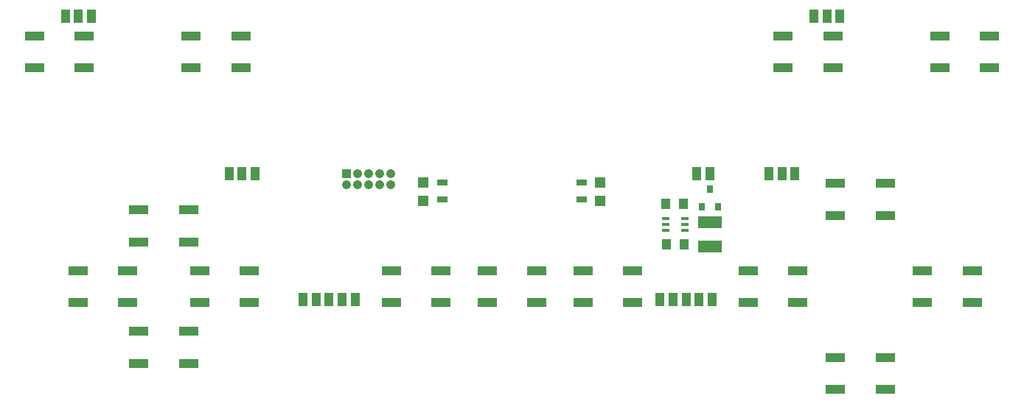
<source format=gbr>
G04 #@! TF.FileFunction,Soldermask,Top*
%FSLAX46Y46*%
G04 Gerber Fmt 4.6, Leading zero omitted, Abs format (unit mm)*
G04 Created by KiCad (PCBNEW (2016-04-11 BZR 6687, Git f239aee)-product) date 4/14/2016 1:21:30 PM*
%MOMM*%
G01*
G04 APERTURE LIST*
%ADD10C,0.020000*%
%ADD11R,1.000000X1.250000*%
%ADD12R,1.198880X1.198880*%
%ADD13R,2.700000X1.400000*%
%ADD14R,2.300000X1.100000*%
%ADD15R,0.850000X0.350000*%
%ADD16R,1.300000X0.700000*%
%ADD17R,1.000000X1.500000*%
%ADD18R,0.800000X0.900000*%
%ADD19R,1.050000X1.050000*%
%ADD20C,1.050000*%
G04 APERTURE END LIST*
D10*
D11*
X89646000Y-36449000D03*
X87646000Y-36449000D03*
X89766400Y-41149600D03*
X87766400Y-41149600D03*
D12*
X59817000Y-36101020D03*
X59817000Y-34002980D03*
D13*
X92710000Y-41405000D03*
X92710000Y-38605000D03*
D14*
X107150000Y-57850000D03*
X107150000Y-54150000D03*
X112850000Y-54150000D03*
X112850000Y-57850000D03*
X122850000Y-44150000D03*
X122850000Y-47850000D03*
X117150000Y-47850000D03*
X117150000Y-44150000D03*
X102850000Y-44150000D03*
X102850000Y-47850000D03*
X97150000Y-47850000D03*
X97150000Y-44150000D03*
X112850000Y-34150000D03*
X112850000Y-37850000D03*
X107150000Y-37850000D03*
X107150000Y-34150000D03*
X32850000Y-37150000D03*
X32850000Y-40850000D03*
X27150000Y-40850000D03*
X27150000Y-37150000D03*
X27150000Y-54850000D03*
X27150000Y-51150000D03*
X32850000Y-51150000D03*
X32850000Y-54850000D03*
X25850000Y-44150000D03*
X25850000Y-47850000D03*
X20150000Y-47850000D03*
X20150000Y-44150000D03*
X39850000Y-44150000D03*
X39850000Y-47850000D03*
X34150000Y-47850000D03*
X34150000Y-44150000D03*
X61850000Y-44150000D03*
X61850000Y-47850000D03*
X56150000Y-47850000D03*
X56150000Y-44150000D03*
X83850000Y-44150000D03*
X83850000Y-47850000D03*
X78150000Y-47850000D03*
X78150000Y-44150000D03*
X72850000Y-44150000D03*
X72850000Y-47850000D03*
X67150000Y-47850000D03*
X67150000Y-44150000D03*
X20850000Y-17150000D03*
X20850000Y-20850000D03*
X15150000Y-20850000D03*
X15150000Y-17150000D03*
X38850000Y-17150000D03*
X38850000Y-20850000D03*
X33150000Y-20850000D03*
X33150000Y-17150000D03*
X106850000Y-17150000D03*
X106850000Y-20850000D03*
X101150000Y-20850000D03*
X101150000Y-17150000D03*
X124850000Y-17150000D03*
X124850000Y-20850000D03*
X119150000Y-20850000D03*
X119150000Y-17150000D03*
D15*
X89866400Y-38863600D03*
X89866400Y-38213600D03*
X89866400Y-39513600D03*
X87666400Y-39513600D03*
X87666400Y-38213600D03*
X87666400Y-38863600D03*
D12*
X80137000Y-36101020D03*
X80137000Y-34002980D03*
D16*
X62000000Y-35950000D03*
X62000000Y-34050000D03*
X78000000Y-35950000D03*
X78000000Y-34050000D03*
D17*
X20193000Y-14859000D03*
X21693000Y-14859000D03*
X18693000Y-14859000D03*
X106172000Y-14859000D03*
X107672000Y-14859000D03*
X104672000Y-14859000D03*
D18*
X91760000Y-36814000D03*
X93660000Y-36814000D03*
X92710000Y-34814000D03*
D17*
X91250000Y-33000000D03*
X92750000Y-33000000D03*
X52000000Y-47500000D03*
X49000000Y-47500000D03*
X50500000Y-47500000D03*
X47500000Y-47500000D03*
X46000000Y-47500000D03*
X93000000Y-47500000D03*
X90000000Y-47500000D03*
X91500000Y-47500000D03*
X88500000Y-47500000D03*
X87000000Y-47500000D03*
D19*
X51000000Y-33000000D03*
D20*
X52270000Y-33000000D03*
X53540000Y-33000000D03*
X54810000Y-33000000D03*
X56080000Y-33000000D03*
X52270000Y-34270000D03*
X53540000Y-34270000D03*
X54810000Y-34270000D03*
X56080000Y-34270000D03*
X51000000Y-34270000D03*
D17*
X39000000Y-33000000D03*
X37500000Y-33000000D03*
X40500000Y-33000000D03*
X101000000Y-33000000D03*
X99500000Y-33000000D03*
X102500000Y-33000000D03*
M02*

</source>
